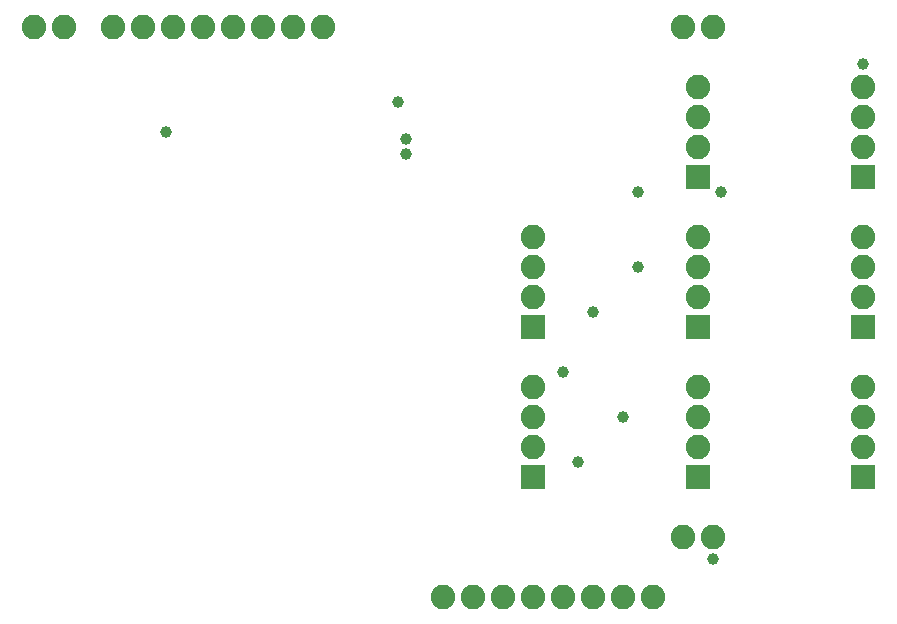
<source format=gbs>
G75*
%MOIN*%
%OFA0B0*%
%FSLAX25Y25*%
%IPPOS*%
%LPD*%
%AMOC8*
5,1,8,0,0,1.08239X$1,22.5*
%
%ADD10R,0.08200X0.08200*%
%ADD11C,0.08200*%
%ADD12C,0.03900*%
D10*
X0172900Y0051800D03*
X0227900Y0051800D03*
X0282900Y0051800D03*
X0282900Y0101800D03*
X0227900Y0101800D03*
X0172900Y0101800D03*
X0227900Y0151800D03*
X0282900Y0151800D03*
D11*
X0142900Y0011800D03*
X0152900Y0011800D03*
X0162900Y0011800D03*
X0172900Y0011800D03*
X0182900Y0011800D03*
X0192900Y0011800D03*
X0202900Y0011800D03*
X0212900Y0011800D03*
X0222900Y0031800D03*
X0232900Y0031800D03*
X0227900Y0061800D03*
X0227900Y0071800D03*
X0227900Y0081800D03*
X0227900Y0111800D03*
X0227900Y0121800D03*
X0227900Y0131800D03*
X0227900Y0161800D03*
X0227900Y0171800D03*
X0227900Y0181800D03*
X0222900Y0201800D03*
X0232900Y0201800D03*
X0282900Y0181800D03*
X0282900Y0171800D03*
X0282900Y0161800D03*
X0282900Y0131800D03*
X0282900Y0121800D03*
X0282900Y0111800D03*
X0282900Y0081800D03*
X0282900Y0071800D03*
X0282900Y0061800D03*
X0172900Y0061800D03*
X0172900Y0071800D03*
X0172900Y0081800D03*
X0172900Y0111800D03*
X0172900Y0121800D03*
X0172900Y0131800D03*
X0102900Y0201800D03*
X0092900Y0201800D03*
X0082900Y0201800D03*
X0072900Y0201800D03*
X0062900Y0201800D03*
X0052900Y0201800D03*
X0042900Y0201800D03*
X0032900Y0201800D03*
X0016400Y0201800D03*
X0006400Y0201800D03*
D12*
X0050400Y0166800D03*
X0127900Y0176800D03*
X0130400Y0164300D03*
X0130400Y0159300D03*
X0192900Y0106800D03*
X0207900Y0121800D03*
X0207900Y0146800D03*
X0235400Y0146800D03*
X0282900Y0189300D03*
X0182900Y0086800D03*
X0202900Y0071800D03*
X0187900Y0056800D03*
X0232900Y0024300D03*
M02*

</source>
